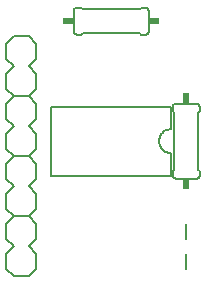
<source format=gto>
G75*
%MOIN*%
%OFA0B0*%
%FSLAX24Y24*%
%IPPOS*%
%LPD*%
%AMOC8*
5,1,8,0,0,1.08239X$1,22.5*
%
%ADD10C,0.0060*%
%ADD11R,0.0240X0.0340*%
%ADD12C,0.0080*%
%ADD13R,0.0340X0.0240*%
D10*
X003350Y005700D02*
X003350Y008000D01*
X007350Y008000D01*
X007350Y007250D01*
X007311Y007248D01*
X007272Y007242D01*
X007234Y007233D01*
X007197Y007220D01*
X007161Y007203D01*
X007128Y007183D01*
X007096Y007159D01*
X007067Y007133D01*
X007041Y007104D01*
X007017Y007072D01*
X006997Y007039D01*
X006980Y007003D01*
X006967Y006966D01*
X006958Y006928D01*
X006952Y006889D01*
X006950Y006850D01*
X006952Y006811D01*
X006958Y006772D01*
X006967Y006734D01*
X006980Y006697D01*
X006997Y006661D01*
X007017Y006628D01*
X007041Y006596D01*
X007067Y006567D01*
X007096Y006541D01*
X007128Y006517D01*
X007161Y006497D01*
X007197Y006480D01*
X007234Y006467D01*
X007272Y006458D01*
X007311Y006452D01*
X007350Y006450D01*
X007350Y005700D01*
X003350Y005700D01*
X004200Y010400D02*
X004350Y010400D01*
X004400Y010450D01*
X006300Y010450D01*
X006350Y010400D01*
X006500Y010400D01*
X006517Y010402D01*
X006534Y010406D01*
X006550Y010413D01*
X006564Y010423D01*
X006577Y010436D01*
X006587Y010450D01*
X006594Y010466D01*
X006598Y010483D01*
X006600Y010500D01*
X006600Y011200D01*
X006598Y011217D01*
X006594Y011234D01*
X006587Y011250D01*
X006577Y011264D01*
X006564Y011277D01*
X006550Y011287D01*
X006534Y011294D01*
X006517Y011298D01*
X006500Y011300D01*
X006350Y011300D01*
X006300Y011250D01*
X004400Y011250D01*
X004350Y011300D01*
X004200Y011300D01*
X004183Y011298D01*
X004166Y011294D01*
X004150Y011287D01*
X004136Y011277D01*
X004123Y011264D01*
X004113Y011250D01*
X004106Y011234D01*
X004102Y011217D01*
X004100Y011200D01*
X004100Y010500D01*
X004102Y010483D01*
X004106Y010466D01*
X004113Y010450D01*
X004123Y010436D01*
X004136Y010423D01*
X004150Y010413D01*
X004166Y010406D01*
X004183Y010402D01*
X004200Y010400D01*
X007400Y008000D02*
X007400Y007850D01*
X007450Y007800D01*
X007450Y005900D01*
X007400Y005850D01*
X007400Y005700D01*
X007402Y005683D01*
X007406Y005666D01*
X007413Y005650D01*
X007423Y005636D01*
X007436Y005623D01*
X007450Y005613D01*
X007466Y005606D01*
X007483Y005602D01*
X007500Y005600D01*
X008200Y005600D01*
X008217Y005602D01*
X008234Y005606D01*
X008250Y005613D01*
X008264Y005623D01*
X008277Y005636D01*
X008287Y005650D01*
X008294Y005666D01*
X008298Y005683D01*
X008300Y005700D01*
X008300Y005850D01*
X008250Y005900D01*
X008250Y007800D01*
X008300Y007850D01*
X008300Y008000D01*
X008298Y008017D01*
X008294Y008034D01*
X008287Y008050D01*
X008277Y008064D01*
X008264Y008077D01*
X008250Y008087D01*
X008234Y008094D01*
X008217Y008098D01*
X008200Y008100D01*
X007500Y008100D01*
X007483Y008098D01*
X007466Y008094D01*
X007450Y008087D01*
X007436Y008077D01*
X007423Y008064D01*
X007413Y008050D01*
X007406Y008034D01*
X007402Y008017D01*
X007400Y008000D01*
D11*
X007850Y008270D03*
X007850Y005430D03*
D12*
X002100Y002350D02*
X001850Y002600D01*
X001850Y003100D01*
X002100Y003350D01*
X001850Y003600D01*
X001850Y004100D01*
X002100Y004350D01*
X002600Y004350D01*
X002850Y004100D01*
X002850Y003600D01*
X002600Y003350D01*
X002850Y003100D01*
X002850Y002600D01*
X002600Y002350D01*
X002100Y002350D01*
X002100Y004350D02*
X001850Y004600D01*
X001850Y005100D01*
X002100Y005350D01*
X001850Y005600D01*
X001850Y006100D01*
X002100Y006350D01*
X002600Y006350D01*
X002850Y006100D01*
X002850Y005600D01*
X002600Y005350D01*
X002850Y005100D01*
X002850Y004600D01*
X002600Y004350D01*
X002100Y004350D01*
X002100Y006350D02*
X002600Y006350D01*
X002850Y006600D01*
X002850Y007100D01*
X002600Y007350D01*
X002850Y007600D01*
X002850Y008100D01*
X002600Y008350D01*
X002100Y008350D01*
X001850Y008100D01*
X001850Y007600D01*
X002100Y007350D01*
X001850Y007100D01*
X001850Y006600D01*
X002100Y006350D01*
X002100Y008350D02*
X002600Y008350D01*
X002850Y008600D01*
X002850Y009100D01*
X002600Y009350D01*
X002850Y009600D01*
X002850Y010100D01*
X002600Y010350D01*
X002100Y010350D01*
X001850Y010100D01*
X001850Y009600D01*
X002100Y009350D01*
X001850Y009100D01*
X001850Y008600D01*
X002100Y008350D01*
X007850Y004100D02*
X007850Y003600D01*
X007850Y003100D02*
X007850Y002600D01*
D13*
X006770Y010850D03*
X003930Y010850D03*
M02*

</source>
